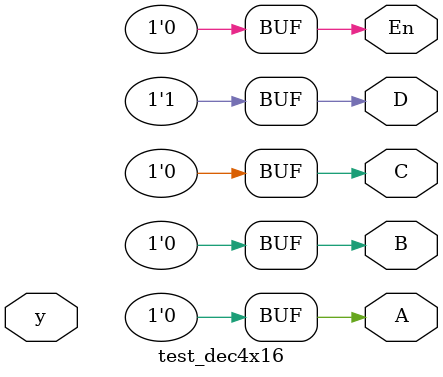
<source format=v>
module test_dec4x16 (y, A, B, C, D, En);

	input [0:15] y;
	output A, B, C, D, En;
	
	reg A, B, C, D, En;
	
	initial begin
	En=0;
	#5 {A, B, C, D}=4'd0; En=1;
	#5 {A, B, C, D}=4'd1; En=1;
	#5 {A, B, C, D}=4'd2; En=1;
	#5 {A, B, C, D}=4'd3; En=1;
	#5 {A, B, C, D}=4'd4; En=0;
	#5 {A, B, C, D}=4'd5; En=1;
	#5 {A, B, C, D}=4'd6; En=1;
	#5 {A, B, C, D}=4'd7; En=1;
	#5 {A, B, C, D}=4'd8; En=1;
	#5 {A, B, C, D}=4'd9; En=1;
	#5 {A, B, C, D}=4'd10; En=1;
	#5 {A, B, C, D}=4'd11; En=1;
	#5 {A, B, C, D}=4'd12; En=1;
	#5 {A, B, C, D}=4'd13; En=1;
	#5 {A, B, C, D}=4'd14; En=1;
	#5 {A, B, C, D}=4'd15; En=1;
	#5 {A, B, C, D}=4'd1; En=0;
	end

	initial 
	$monitor ("%d, %b, %b ====>> %b", $time, {A, B, C, D}, En, y);
	
endmodule
</source>
